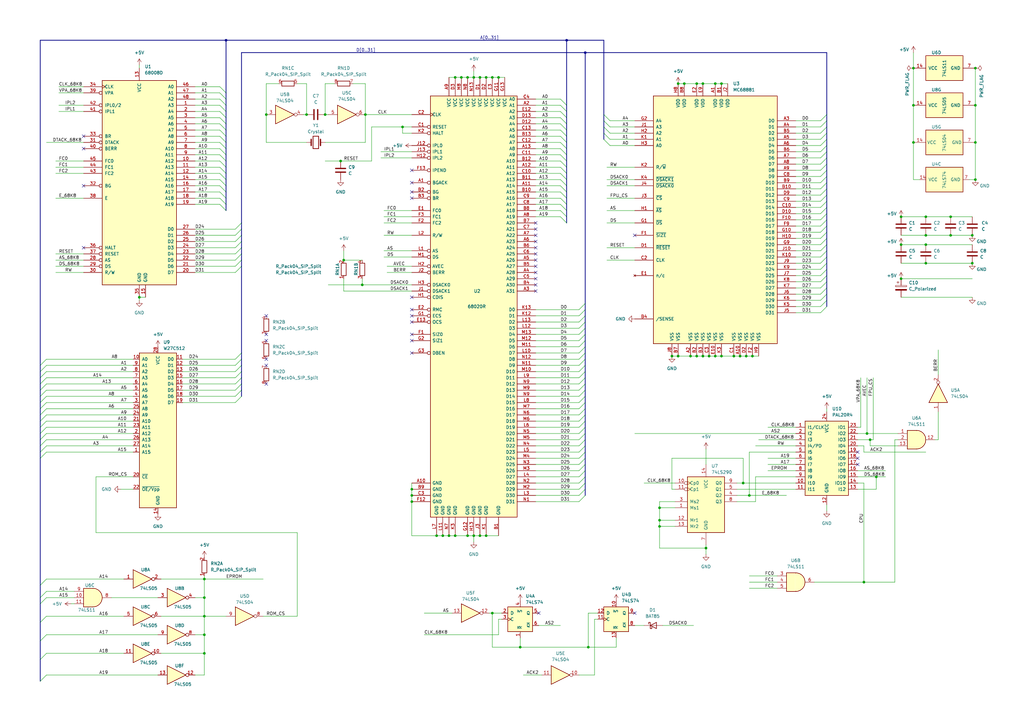
<source format=kicad_sch>
(kicad_sch (version 20230121) (generator eeschema)
  (paper "A3")
  (title_block (title "CST THOR 20 CPU BOARD") (date "2024-05-01") (rev "0.0a") (company "Reverse Enginered by A.Alea"))
  (junction (at 186.69 31.75))
  (junction (at 293.37 34.29))
  (junction (at 379.73 96.52))
  (junction (at 232.41 16.51))
  (junction (at 379.73 107.95))
  (junction (at 83.82 237.49))
  (junction (at 83.82 252.73))
  (junction (at 374.65 43.18))
  (junction (at 201.93 251.46))
  (junction (at 290.83 146.05))
  (junction (at 213.36 265.43))
  (junction (at 191.77 219.71))
  (junction (at 191.77 31.75))
  (junction (at 295.91 34.29))
  (junction (at 355.6 177.8))
  (junction (at 83.82 260.35))
  (junction (at 199.39 219.71))
  (junction (at 241.3 265.43))
  (junction (at 148.59 116.84))
  (junction (at 293.37 146.05))
  (junction (at 139.7 66.04))
  (junction (at 270.51 215.9))
  (junction (at 149.86 46.99))
  (junction (at 189.23 31.75))
  (junction (at 179.07 219.71))
  (junction (at 359.41 195.58))
  (junction (at 354.33 238.76))
  (junction (at 199.39 31.75))
  (junction (at 240.03 21.59))
  (junction (at 181.61 219.71))
  (junction (at 196.85 219.71))
  (junction (at 83.82 245.11))
  (junction (at 283.21 146.05))
  (junction (at 303.53 146.05))
  (junction (at 356.87 180.34))
  (junction (at 308.61 146.05))
  (junction (at 194.31 219.71))
  (junction (at 92.71 16.51))
  (junction (at 379.73 88.9))
  (junction (at 57.15 121.92))
  (junction (at 194.31 31.75))
  (junction (at 278.13 146.05))
  (junction (at 295.91 146.05))
  (junction (at 400.05 27.94))
  (junction (at 289.56 224.79))
  (junction (at 278.13 34.29))
  (junction (at 204.47 31.75))
  (junction (at 168.91 205.74))
  (junction (at 369.57 88.9))
  (junction (at 398.78 107.95))
  (junction (at 374.65 27.94))
  (junction (at 109.22 46.99))
  (junction (at 133.35 46.99))
  (junction (at 389.89 88.9))
  (junction (at 400.05 73.66))
  (junction (at 400.05 58.42))
  (junction (at 168.91 200.66))
  (junction (at 398.78 96.52))
  (junction (at 275.59 146.05))
  (junction (at 285.75 146.05))
  (junction (at 201.93 31.75))
  (junction (at 186.69 219.71))
  (junction (at 165.1 52.07))
  (junction (at 288.29 146.05))
  (junction (at 280.67 34.29))
  (junction (at 300.99 146.05))
  (junction (at 168.91 203.2))
  (junction (at 400.05 43.18))
  (junction (at 379.73 100.33))
  (junction (at 270.51 208.28))
  (junction (at 288.29 34.29))
  (junction (at 285.75 34.29))
  (junction (at 369.57 114.3))
  (junction (at 125.73 46.99))
  (junction (at 83.82 267.97))
  (junction (at 369.57 100.33))
  (junction (at 196.85 31.75))
  (junction (at 307.34 203.2))
  (junction (at 374.65 58.42))
  (junction (at 270.51 213.36))
  (junction (at 306.07 146.05))
  (junction (at 304.8 198.12))
  (junction (at 389.89 96.52))
  (junction (at 184.15 219.71))
  (junction (at 140.97 106.68))
  (no_connect (at 168.91 74.93))
  (no_connect (at 351.79 187.96))
  (no_connect (at 219.71 114.3))
  (no_connect (at 219.71 96.52))
  (no_connect (at 219.71 116.84))
  (no_connect (at 351.79 190.5))
  (no_connect (at 219.71 91.44))
  (no_connect (at 351.79 185.42))
  (no_connect (at 109.22 157.48))
  (no_connect (at 168.91 69.85))
  (no_connect (at 260.35 96.52))
  (no_connect (at 219.71 99.06))
  (no_connect (at 34.29 76.2))
  (no_connect (at 219.71 104.14))
  (no_connect (at 168.91 78.74))
  (no_connect (at 109.22 139.7))
  (no_connect (at 168.91 139.7))
  (no_connect (at 34.29 101.6))
  (no_connect (at 168.91 144.78))
  (no_connect (at 219.71 109.22))
  (no_connect (at 109.22 149.86))
  (no_connect (at 168.91 127))
  (no_connect (at 219.71 101.6))
  (no_connect (at 220.98 251.46))
  (no_connect (at 168.91 132.08))
  (no_connect (at 168.91 137.16))
  (no_connect (at 168.91 81.28))
  (no_connect (at 34.29 60.96))
  (no_connect (at 109.22 147.32))
  (no_connect (at 219.71 93.98))
  (no_connect (at 109.22 137.16))
  (no_connect (at 219.71 119.38))
  (no_connect (at 219.71 106.68))
  (no_connect (at 219.71 111.76))
  (no_connect (at 168.91 129.54))
  (no_connect (at 34.29 55.88))
  (no_connect (at 109.22 129.54))
  (no_connect (at 260.35 251.46))
  (no_connect (at 168.91 121.92))
  (bus_entry (at 339.09 107.95) (size -2.54 2.54))
  (bus_entry (at 339.09 115.57) (size -2.54 2.54))
  (bus_entry (at 339.09 74.93) (size -2.54 2.54))
  (bus_entry (at 232.41 81.28) (size -2.54 -2.54))
  (bus_entry (at 339.09 100.33) (size -2.54 2.54))
  (bus_entry (at 92.71 86.36) (size -2.54 -2.54))
  (bus_entry (at 339.09 49.53) (size -2.54 2.54))
  (bus_entry (at 240.03 165.1) (size -2.54 2.54))
  (bus_entry (at 92.71 66.04) (size -2.54 -2.54))
  (bus_entry (at 16.51 187.96) (size 2.54 -2.54))
  (bus_entry (at 232.41 76.2) (size -2.54 -2.54))
  (bus_entry (at 16.51 185.42) (size 2.54 -2.54))
  (bus_entry (at 99.06 99.06) (size -2.54 2.54))
  (bus_entry (at 99.06 144.78) (size -2.54 2.54))
  (bus_entry (at 99.06 96.52) (size -2.54 2.54))
  (bus_entry (at 240.03 167.64) (size -2.54 2.54))
  (bus_entry (at 92.71 73.66) (size -2.54 -2.54))
  (bus_entry (at 99.06 106.68) (size -2.54 2.54))
  (bus_entry (at 240.03 200.66) (size -2.54 2.54))
  (bus_entry (at 339.09 95.25) (size -2.54 2.54))
  (bus_entry (at 240.03 180.34) (size -2.54 2.54))
  (bus_entry (at 339.09 67.31) (size -2.54 2.54))
  (bus_entry (at 232.41 48.26) (size -2.54 -2.54))
  (bus_entry (at 232.41 45.72) (size -2.54 -2.54))
  (bus_entry (at 99.06 104.14) (size -2.54 2.54))
  (bus_entry (at 16.51 149.86) (size 2.54 -2.54))
  (bus_entry (at 232.41 55.88) (size -2.54 -2.54))
  (bus_entry (at 16.51 177.8) (size 2.54 -2.54))
  (bus_entry (at 16.51 279.4) (size 2.54 -2.54))
  (bus_entry (at 232.41 53.34) (size -2.54 -2.54))
  (bus_entry (at 240.03 160.02) (size -2.54 2.54))
  (bus_entry (at 92.71 81.28) (size -2.54 -2.54))
  (bus_entry (at 232.41 66.04) (size -2.54 -2.54))
  (bus_entry (at 92.71 43.18) (size -2.54 -2.54))
  (bus_entry (at 92.71 63.5) (size -2.54 -2.54))
  (bus_entry (at 240.03 152.4) (size -2.54 2.54))
  (bus_entry (at 240.03 203.2) (size -2.54 2.54))
  (bus_entry (at 339.09 110.49) (size -2.54 2.54))
  (bus_entry (at 247.65 54.61) (size 2.54 2.54))
  (bus_entry (at 339.09 69.85) (size -2.54 2.54))
  (bus_entry (at 339.09 77.47) (size -2.54 2.54))
  (bus_entry (at 339.09 92.71) (size -2.54 2.54))
  (bus_entry (at 240.03 187.96) (size -2.54 2.54))
  (bus_entry (at 247.65 46.99) (size 2.54 2.54))
  (bus_entry (at 232.41 83.82) (size -2.54 -2.54))
  (bus_entry (at 16.51 247.65) (size 2.54 -2.54))
  (bus_entry (at 232.41 71.12) (size -2.54 -2.54))
  (bus_entry (at 339.09 59.69) (size -2.54 2.54))
  (bus_entry (at 240.03 144.78) (size -2.54 2.54))
  (bus_entry (at 240.03 182.88) (size -2.54 2.54))
  (bus_entry (at 99.06 101.6) (size -2.54 2.54))
  (bus_entry (at 16.51 255.27) (size 2.54 -2.54))
  (bus_entry (at 99.06 93.98) (size -2.54 2.54))
  (bus_entry (at 339.09 57.15) (size -2.54 2.54))
  (bus_entry (at 240.03 149.86) (size -2.54 2.54))
  (bus_entry (at 240.03 129.54) (size -2.54 2.54))
  (bus_entry (at 247.65 49.53) (size 2.54 2.54))
  (bus_entry (at 92.71 55.88) (size -2.54 -2.54))
  (bus_entry (at 339.09 62.23) (size -2.54 2.54))
  (bus_entry (at 240.03 147.32) (size -2.54 2.54))
  (bus_entry (at 240.03 137.16) (size -2.54 2.54))
  (bus_entry (at 16.51 167.64) (size 2.54 -2.54))
  (bus_entry (at 240.03 124.46) (size -2.54 2.54))
  (bus_entry (at 339.09 120.65) (size -2.54 2.54))
  (bus_entry (at 16.51 160.02) (size 2.54 -2.54))
  (bus_entry (at 92.71 50.8) (size -2.54 -2.54))
  (bus_entry (at 240.03 162.56) (size -2.54 2.54))
  (bus_entry (at 232.41 88.9) (size -2.54 -2.54))
  (bus_entry (at 16.51 175.26) (size 2.54 -2.54))
  (bus_entry (at 16.51 152.4) (size 2.54 -2.54))
  (bus_entry (at 92.71 48.26) (size -2.54 -2.54))
  (bus_entry (at 339.09 85.09) (size -2.54 2.54))
  (bus_entry (at 240.03 190.5) (size -2.54 2.54))
  (bus_entry (at 339.09 105.41) (size -2.54 2.54))
  (bus_entry (at 92.71 53.34) (size -2.54 -2.54))
  (bus_entry (at 92.71 45.72) (size -2.54 -2.54))
  (bus_entry (at 92.71 71.12) (size -2.54 -2.54))
  (bus_entry (at 339.09 80.01) (size -2.54 2.54))
  (bus_entry (at 232.41 50.8) (size -2.54 -2.54))
  (bus_entry (at 240.03 185.42) (size -2.54 2.54))
  (bus_entry (at 240.03 154.94) (size -2.54 2.54))
  (bus_entry (at 16.51 270.51) (size 2.54 -2.54))
  (bus_entry (at 339.09 123.19) (size -2.54 2.54))
  (bus_entry (at 247.65 57.15) (size 2.54 2.54))
  (bus_entry (at 240.03 132.08) (size -2.54 2.54))
  (bus_entry (at 339.09 46.99) (size -2.54 2.54))
  (bus_entry (at 240.03 142.24) (size -2.54 2.54))
  (bus_entry (at 92.71 76.2) (size -2.54 -2.54))
  (bus_entry (at 16.51 170.18) (size 2.54 -2.54))
  (bus_entry (at 339.09 102.87) (size -2.54 2.54))
  (bus_entry (at 232.41 60.96) (size -2.54 -2.54))
  (bus_entry (at 240.03 139.7) (size -2.54 2.54))
  (bus_entry (at 99.06 147.32) (size -2.54 2.54))
  (bus_entry (at 232.41 73.66) (size -2.54 -2.54))
  (bus_entry (at 240.03 195.58) (size -2.54 2.54))
  (bus_entry (at 99.06 157.48) (size -2.54 2.54))
  (bus_entry (at 99.06 109.22) (size -2.54 2.54))
  (bus_entry (at 339.09 97.79) (size -2.54 2.54))
  (bus_entry (at 92.71 60.96) (size -2.54 -2.54))
  (bus_entry (at 16.51 245.11) (size 2.54 -2.54))
  (bus_entry (at 240.03 193.04) (size -2.54 2.54))
  (bus_entry (at 92.71 83.82) (size -2.54 -2.54))
  (bus_entry (at 16.51 180.34) (size 2.54 -2.54))
  (bus_entry (at 232.41 68.58) (size -2.54 -2.54))
  (bus_entry (at 240.03 172.72) (size -2.54 2.54))
  (bus_entry (at 232.41 43.18) (size -2.54 -2.54))
  (bus_entry (at 16.51 157.48) (size 2.54 -2.54))
  (bus_entry (at 16.51 162.56) (size 2.54 -2.54))
  (bus_entry (at 339.09 82.55) (size -2.54 2.54))
  (bus_entry (at 16.51 262.89) (size 2.54 -2.54))
  (bus_entry (at 240.03 134.62) (size -2.54 2.54))
  (bus_entry (at 240.03 127) (size -2.54 2.54))
  (bus_entry (at 232.41 91.44) (size -2.54 -2.54))
  (bus_entry (at 339.09 72.39) (size -2.54 2.54))
  (bus_entry (at 16.51 182.88) (size 2.54 -2.54))
  (bus_entry (at 99.06 149.86) (size -2.54 2.54))
  (bus_entry (at 92.71 40.64) (size -2.54 -2.54))
  (bus_entry (at 240.03 177.8) (size -2.54 2.54))
  (bus_entry (at 240.03 198.12) (size -2.54 2.54))
  (bus_entry (at 99.06 152.4) (size -2.54 2.54))
  (bus_entry (at 339.09 113.03) (size -2.54 2.54))
  (bus_entry (at 16.51 154.94) (size 2.54 -2.54))
  (bus_entry (at 339.09 90.17) (size -2.54 2.54))
  (bus_entry (at 92.71 78.74) (size -2.54 -2.54))
  (bus_entry (at 339.09 52.07) (size -2.54 2.54))
  (bus_entry (at 16.51 165.1) (size 2.54 -2.54))
  (bus_entry (at 339.09 64.77) (size -2.54 2.54))
  (bus_entry (at 339.09 54.61) (size -2.54 2.54))
  (bus_entry (at 16.51 240.03) (size 2.54 -2.54))
  (bus_entry (at 92.71 58.42) (size -2.54 -2.54))
  (bus_entry (at 99.06 160.02) (size -2.54 2.54))
  (bus_entry (at 99.06 154.94) (size -2.54 2.54))
  (bus_entry (at 232.41 78.74) (size -2.54 -2.54))
  (bus_entry (at 240.03 157.48) (size -2.54 2.54))
  (bus_entry (at 99.06 162.56) (size -2.54 2.54))
  (bus_entry (at 339.09 118.11) (size -2.54 2.54))
  (bus_entry (at 232.41 63.5) (size -2.54 -2.54))
  (bus_entry (at 247.65 52.07) (size 2.54 2.54))
  (bus_entry (at 99.06 91.44) (size -2.54 2.54))
  (bus_entry (at 92.71 68.58) (size -2.54 -2.54))
  (bus_entry (at 240.03 170.18) (size -2.54 2.54))
  (bus_entry (at 339.09 125.73) (size -2.54 2.54))
  (bus_entry (at 16.51 172.72) (size 2.54 -2.54))
  (bus_entry (at 339.09 87.63) (size -2.54 2.54))
  (bus_entry (at 92.71 38.1) (size -2.54 -2.54))
  (bus_entry (at 240.03 175.26) (size -2.54 2.54))
  (bus_entry (at 232.41 58.42) (size -2.54 -2.54))
  (bus_entry (at 232.41 86.36) (size -2.54 -2.54))
  (wire (pts (xy 74.93 154.94) (xy 96.52 154.94)))
  (bus (pts (xy 339.09 82.55) (xy 339.09 85.09)))
  (wire (pts (xy 379.73 107.95) (xy 398.78 107.95)))
  (wire (pts (xy 184.15 31.75) (xy 186.69 31.75)))
  (wire (pts (xy 184.15 219.71) (xy 186.69 219.71)))
  (wire (pts (xy 219.71 182.88) (xy 237.49 182.88)))
  (bus (pts (xy 16.51 152.4) (xy 16.51 154.94)))
  (wire (pts (xy 19.05 152.4) (xy 54.61 152.4)))
  (wire (pts (xy 39.37 195.58) (xy 54.61 195.58)))
  (wire (pts (xy 22.86 111.76) (xy 34.29 111.76)))
  (wire (pts (xy 252.73 265.43) (xy 241.3 265.43)))
  (wire (pts (xy 152.4 52.07) (xy 152.4 66.04)))
  (bus (pts (xy 339.09 74.93) (xy 339.09 77.47)))
  (bus (pts (xy 92.71 55.88) (xy 92.71 53.34)))
  (bus (pts (xy 247.65 52.07) (xy 247.65 49.53)))
  (bus (pts (xy 99.06 109.22) (xy 99.06 144.78)))
  (bus (pts (xy 240.03 203.2) (xy 240.03 200.66)))
  (wire (pts (xy 181.61 219.71) (xy 184.15 219.71)))
  (wire (pts (xy 248.92 81.28) (xy 260.35 81.28)))
  (wire (pts (xy 326.39 113.03) (xy 336.55 113.03)))
  (wire (pts (xy 57.15 26.67) (xy 57.15 27.94)))
  (wire (pts (xy 168.91 219.71) (xy 179.07 219.71)))
  (wire (pts (xy 74.93 149.86) (xy 96.52 149.86)))
  (wire (pts (xy 133.35 46.99) (xy 134.62 46.99)))
  (wire (pts (xy 374.65 73.66) (xy 374.65 58.42)))
  (bus (pts (xy 339.09 52.07) (xy 339.09 54.61)))
  (wire (pts (xy 213.36 265.43) (xy 213.36 261.62)))
  (wire (pts (xy 219.71 134.62) (xy 237.49 134.62)))
  (wire (pts (xy 374.65 58.42) (xy 374.65 43.18)))
  (wire (pts (xy 83.82 237.49) (xy 83.82 245.11)))
  (wire (pts (xy 293.37 34.29) (xy 295.91 34.29)))
  (wire (pts (xy 270.51 208.28) (xy 270.51 213.36)))
  (wire (pts (xy 205.74 251.46) (xy 201.93 251.46)))
  (wire (pts (xy 339.09 207.01) (xy 339.09 209.55)))
  (bus (pts (xy 232.41 60.96) (xy 232.41 63.5)))
  (wire (pts (xy 134.62 116.84) (xy 148.59 116.84)))
  (wire (pts (xy 90.17 68.58) (xy 80.01 68.58)))
  (wire (pts (xy 90.17 63.5) (xy 80.01 63.5)))
  (bus (pts (xy 232.41 58.42) (xy 232.41 60.96)))
  (wire (pts (xy 351.79 193.04) (xy 363.22 193.04)))
  (wire (pts (xy 289.56 227.33) (xy 289.56 224.79)))
  (wire (pts (xy 219.71 180.34) (xy 237.49 180.34)))
  (wire (pts (xy 241.3 265.43) (xy 213.36 265.43)))
  (wire (pts (xy 353.06 175.26) (xy 351.79 175.26)))
  (wire (pts (xy 303.53 146.05) (xy 306.07 146.05)))
  (wire (pts (xy 379.73 96.52) (xy 389.89 96.52)))
  (wire (pts (xy 270.51 208.28) (xy 276.86 208.28)))
  (bus (pts (xy 92.71 45.72) (xy 92.71 48.26)))
  (wire (pts (xy 326.39 120.65) (xy 336.55 120.65)))
  (wire (pts (xy 22.86 109.22) (xy 34.29 109.22)))
  (wire (pts (xy 45.72 245.11) (xy 64.77 245.11)))
  (bus (pts (xy 240.03 172.72) (xy 240.03 170.18)))
  (bus (pts (xy 339.09 125.73) (xy 339.09 123.19)))
  (wire (pts (xy 83.82 267.97) (xy 83.82 276.86)))
  (wire (pts (xy 90.17 58.42) (xy 80.01 58.42)))
  (wire (pts (xy 186.69 219.71) (xy 191.77 219.71)))
  (bus (pts (xy 16.51 160.02) (xy 16.51 162.56)))
  (bus (pts (xy 339.09 102.87) (xy 339.09 100.33)))
  (wire (pts (xy 318.77 241.3) (xy 307.34 241.3)))
  (wire (pts (xy 229.87 76.2) (xy 219.71 76.2)))
  (wire (pts (xy 83.82 252.73) (xy 83.82 260.35)))
  (wire (pts (xy 355.6 177.8) (xy 368.3 177.8)))
  (wire (pts (xy 280.67 34.29) (xy 285.75 34.29)))
  (bus (pts (xy 92.71 53.34) (xy 92.71 50.8)))
  (wire (pts (xy 339.09 167.64) (xy 339.09 168.91)))
  (wire (pts (xy 219.71 187.96) (xy 237.49 187.96)))
  (wire (pts (xy 125.73 58.42) (xy 109.22 58.42)))
  (wire (pts (xy 22.86 71.12) (xy 34.29 71.12)))
  (bus (pts (xy 339.09 72.39) (xy 339.09 74.93)))
  (wire (pts (xy 83.82 260.35) (xy 83.82 267.97)))
  (wire (pts (xy 229.87 53.34) (xy 219.71 53.34)))
  (wire (pts (xy 326.39 115.57) (xy 336.55 115.57)))
  (bus (pts (xy 339.09 59.69) (xy 339.09 62.23)))
  (wire (pts (xy 304.8 198.12) (xy 326.39 198.12)))
  (wire (pts (xy 173.99 260.35) (xy 204.47 260.35)))
  (wire (pts (xy 133.35 66.04) (xy 139.7 66.04)))
  (wire (pts (xy 22.86 68.58) (xy 34.29 68.58)))
  (wire (pts (xy 219.71 147.32) (xy 237.49 147.32)))
  (bus (pts (xy 232.41 16.51) (xy 247.65 16.51)))
  (bus (pts (xy 240.03 142.24) (xy 240.03 139.7)))
  (wire (pts (xy 19.05 237.49) (xy 50.8 237.49)))
  (wire (pts (xy 219.71 200.66) (xy 237.49 200.66)))
  (wire (pts (xy 173.99 251.46) (xy 185.42 251.46)))
  (wire (pts (xy 308.61 146.05) (xy 311.15 146.05)))
  (wire (pts (xy 24.13 38.1) (xy 34.29 38.1)))
  (wire (pts (xy 124.46 46.99) (xy 125.73 46.99)))
  (bus (pts (xy 92.71 73.66) (xy 92.71 71.12)))
  (wire (pts (xy 270.51 213.36) (xy 270.51 215.9)))
  (wire (pts (xy 384.81 180.34) (xy 383.54 180.34)))
  (wire (pts (xy 121.92 34.29) (xy 125.73 34.29)))
  (bus (pts (xy 99.06 101.6) (xy 99.06 104.14)))
  (wire (pts (xy 83.82 252.73) (xy 92.71 252.73)))
  (wire (pts (xy 326.39 62.23) (xy 336.55 62.23)))
  (bus (pts (xy 92.71 16.51) (xy 232.41 16.51)))
  (wire (pts (xy 229.87 78.74) (xy 219.71 78.74)))
  (wire (pts (xy 114.3 34.29) (xy 109.22 34.29)))
  (wire (pts (xy 90.17 38.1) (xy 80.01 38.1)))
  (wire (pts (xy 304.8 198.12) (xy 304.8 187.96)))
  (bus (pts (xy 99.06 104.14) (xy 99.06 106.68)))
  (wire (pts (xy 229.87 60.96) (xy 219.71 60.96)))
  (wire (pts (xy 356.87 182.88) (xy 356.87 180.34)))
  (bus (pts (xy 92.71 78.74) (xy 92.71 76.2)))
  (wire (pts (xy 300.99 146.05) (xy 303.53 146.05)))
  (wire (pts (xy 168.91 203.2) (xy 168.91 205.74)))
  (wire (pts (xy 83.82 236.22) (xy 83.82 237.49)))
  (wire (pts (xy 90.17 50.8) (xy 80.01 50.8)))
  (wire (pts (xy 201.93 31.75) (xy 204.47 31.75)))
  (wire (pts (xy 19.05 58.42) (xy 34.29 58.42)))
  (wire (pts (xy 80.01 111.76) (xy 96.52 111.76)))
  (bus (pts (xy 16.51 162.56) (xy 16.51 165.1)))
  (wire (pts (xy 400.05 73.66) (xy 400.05 58.42)))
  (wire (pts (xy 74.93 162.56) (xy 96.52 162.56)))
  (wire (pts (xy 326.39 97.79) (xy 336.55 97.79)))
  (wire (pts (xy 83.82 245.11) (xy 83.82 252.73)))
  (wire (pts (xy 199.39 31.75) (xy 201.93 31.75)))
  (bus (pts (xy 232.41 76.2) (xy 232.41 78.74)))
  (wire (pts (xy 74.93 165.1) (xy 96.52 165.1)))
  (wire (pts (xy 22.86 81.28) (xy 34.29 81.28)))
  (wire (pts (xy 295.91 34.29) (xy 298.45 34.29)))
  (wire (pts (xy 137.16 34.29) (xy 133.35 34.29)))
  (wire (pts (xy 168.91 54.61) (xy 165.1 54.61)))
  (wire (pts (xy 219.71 193.04) (xy 237.49 193.04)))
  (bus (pts (xy 339.09 97.79) (xy 339.09 95.25)))
  (wire (pts (xy 140.97 102.87) (xy 140.97 106.68)))
  (bus (pts (xy 16.51 247.65) (xy 16.51 255.27)))
  (bus (pts (xy 99.06 149.86) (xy 99.06 152.4)))
  (wire (pts (xy 229.87 48.26) (xy 219.71 48.26)))
  (wire (pts (xy 22.86 106.68) (xy 34.29 106.68)))
  (bus (pts (xy 232.41 83.82) (xy 232.41 86.36)))
  (wire (pts (xy 229.87 50.8) (xy 219.71 50.8)))
  (bus (pts (xy 99.06 160.02) (xy 99.06 162.56)))
  (wire (pts (xy 19.05 185.42) (xy 54.61 185.42)))
  (wire (pts (xy 165.1 54.61) (xy 165.1 52.07)))
  (wire (pts (xy 80.01 101.6) (xy 96.52 101.6)))
  (wire (pts (xy 220.98 256.54) (xy 229.87 256.54)))
  (bus (pts (xy 240.03 157.48) (xy 240.03 154.94)))
  (bus (pts (xy 16.51 240.03) (xy 16.51 245.11)))
  (wire (pts (xy 219.71 185.42) (xy 237.49 185.42)))
  (wire (pts (xy 307.34 203.2) (xy 302.26 203.2)))
  (wire (pts (xy 326.39 67.31) (xy 336.55 67.31)))
  (bus (pts (xy 99.06 106.68) (xy 99.06 109.22)))
  (wire (pts (xy 270.51 213.36) (xy 276.86 213.36)))
  (bus (pts (xy 16.51 165.1) (xy 16.51 167.64)))
  (bus (pts (xy 99.06 96.52) (xy 99.06 99.06)))
  (wire (pts (xy 351.79 182.88) (xy 354.33 182.88)))
  (wire (pts (xy 359.41 200.66) (xy 359.41 195.58)))
  (bus (pts (xy 16.51 16.51) (xy 92.71 16.51)))
  (bus (pts (xy 92.71 43.18) (xy 92.71 45.72)))
  (wire (pts (xy 374.65 73.66) (xy 377.19 73.66)))
  (bus (pts (xy 232.41 45.72) (xy 232.41 48.26)))
  (wire (pts (xy 250.19 54.61) (xy 260.35 54.61)))
  (wire (pts (xy 219.71 195.58) (xy 237.49 195.58)))
  (bus (pts (xy 339.09 92.71) (xy 339.09 90.17)))
  (wire (pts (xy 90.17 55.88) (xy 80.01 55.88)))
  (bus (pts (xy 16.51 255.27) (xy 16.51 262.89)))
  (wire (pts (xy 24.13 45.72) (xy 34.29 45.72)))
  (wire (pts (xy 201.93 265.43) (xy 213.36 265.43)))
  (bus (pts (xy 339.09 105.41) (xy 339.09 102.87)))
  (wire (pts (xy 219.71 177.8) (xy 237.49 177.8)))
  (bus (pts (xy 92.71 60.96) (xy 92.71 58.42)))
  (wire (pts (xy 293.37 146.05) (xy 295.91 146.05)))
  (wire (pts (xy 389.89 96.52) (xy 398.78 96.52)))
  (wire (pts (xy 241.3 251.46) (xy 241.3 265.43)))
  (bus (pts (xy 16.51 245.11) (xy 16.51 247.65)))
  (wire (pts (xy 168.91 198.12) (xy 168.91 200.66)))
  (wire (pts (xy 219.71 170.18) (xy 237.49 170.18)))
  (wire (pts (xy 80.01 78.74) (xy 90.17 78.74)))
  (wire (pts (xy 19.05 276.86) (xy 64.77 276.86)))
  (wire (pts (xy 307.34 185.42) (xy 307.34 203.2)))
  (bus (pts (xy 92.71 40.64) (xy 92.71 38.1)))
  (wire (pts (xy 219.71 190.5) (xy 237.49 190.5)))
  (bus (pts (xy 240.03 198.12) (xy 240.03 195.58)))
  (bus (pts (xy 240.03 147.32) (xy 240.03 144.78)))
  (bus (pts (xy 240.03 187.96) (xy 240.03 185.42)))
  (wire (pts (xy 19.05 160.02) (xy 54.61 160.02)))
  (bus (pts (xy 232.41 50.8) (xy 232.41 53.34)))
  (wire (pts (xy 229.87 71.12) (xy 219.71 71.12)))
  (wire (pts (xy 275.59 187.96) (xy 275.59 200.66)))
  (bus (pts (xy 339.09 118.11) (xy 339.09 120.65)))
  (wire (pts (xy 168.91 116.84) (xy 148.59 116.84)))
  (bus (pts (xy 232.41 81.28) (xy 232.41 83.82)))
  (wire (pts (xy 326.39 69.85) (xy 336.55 69.85)))
  (wire (pts (xy 196.85 219.71) (xy 199.39 219.71)))
  (wire (pts (xy 66.04 237.49) (xy 83.82 237.49)))
  (wire (pts (xy 165.1 52.07) (xy 152.4 52.07)))
  (wire (pts (xy 19.05 180.34) (xy 54.61 180.34)))
  (wire (pts (xy 219.71 152.4) (xy 237.49 152.4)))
  (wire (pts (xy 168.91 205.74) (xy 168.91 219.71)))
  (wire (pts (xy 250.19 49.53) (xy 260.35 49.53)))
  (bus (pts (xy 92.71 63.5) (xy 92.71 60.96)))
  (wire (pts (xy 369.57 107.95) (xy 379.73 107.95)))
  (wire (pts (xy 389.89 88.9) (xy 398.78 88.9)))
  (bus (pts (xy 339.09 110.49) (xy 339.09 113.03)))
  (bus (pts (xy 16.51 177.8) (xy 16.51 180.34)))
  (wire (pts (xy 219.71 144.78) (xy 237.49 144.78)))
  (wire (pts (xy 326.39 72.39) (xy 336.55 72.39)))
  (bus (pts (xy 99.06 149.86) (xy 99.06 147.32)))
  (bus (pts (xy 240.03 175.26) (xy 240.03 172.72)))
  (wire (pts (xy 248.92 101.6) (xy 260.35 101.6)))
  (wire (pts (xy 156.21 62.23) (xy 168.91 62.23)))
  (wire (pts (xy 19.05 242.57) (xy 30.48 242.57)))
  (wire (pts (xy 19.05 147.32) (xy 54.61 147.32)))
  (wire (pts (xy 314.96 187.96) (xy 326.39 187.96)))
  (bus (pts (xy 99.06 21.59) (xy 240.03 21.59)))
  (wire (pts (xy 140.97 119.38) (xy 168.91 119.38)))
  (bus (pts (xy 92.71 76.2) (xy 92.71 73.66)))
  (wire (pts (xy 90.17 76.2) (xy 80.01 76.2)))
  (wire (pts (xy 250.19 52.07) (xy 260.35 52.07)))
  (wire (pts (xy 157.48 96.52) (xy 168.91 96.52)))
  (wire (pts (xy 204.47 260.35) (xy 204.47 254)))
  (wire (pts (xy 204.47 31.75) (xy 207.01 31.75)))
  (wire (pts (xy 243.84 254) (xy 243.84 276.86)))
  (bus (pts (xy 240.03 195.58) (xy 240.03 193.04)))
  (wire (pts (xy 229.87 43.18) (xy 219.71 43.18)))
  (bus (pts (xy 16.51 170.18) (xy 16.51 172.72)))
  (wire (pts (xy 83.82 237.49) (xy 107.95 237.49)))
  (wire (pts (xy 219.71 86.36) (xy 229.87 86.36)))
  (wire (pts (xy 19.05 162.56) (xy 54.61 162.56)))
  (wire (pts (xy 219.71 154.94) (xy 237.49 154.94)))
  (bus (pts (xy 339.09 110.49) (xy 339.09 107.95)))
  (wire (pts (xy 260.35 177.8) (xy 326.39 177.8)))
  (wire (pts (xy 379.73 88.9) (xy 389.89 88.9)))
  (bus (pts (xy 232.41 71.12) (xy 232.41 73.66)))
  (bus (pts (xy 339.09 100.33) (xy 339.09 97.79)))
  (bus (pts (xy 232.41 88.9) (xy 232.41 91.44)))
  (wire (pts (xy 354.33 182.88) (xy 354.33 185.42)))
  (bus (pts (xy 339.09 85.09) (xy 339.09 87.63)))
  (wire (pts (xy 24.13 35.56) (xy 34.29 35.56)))
  (bus (pts (xy 16.51 172.72) (xy 16.51 175.26)))
  (wire (pts (xy 243.84 276.86) (xy 237.49 276.86)))
  (wire (pts (xy 90.17 60.96) (xy 80.01 60.96)))
  (wire (pts (xy 80.01 245.11) (xy 83.82 245.11)))
  (wire (pts (xy 90.17 71.12) (xy 80.01 71.12)))
  (wire (pts (xy 157.48 105.41) (xy 168.91 105.41)))
  (wire (pts (xy 326.39 110.49) (xy 336.55 110.49)))
  (wire (pts (xy 125.73 34.29) (xy 125.73 46.99)))
  (wire (pts (xy 191.77 219.71) (xy 194.31 219.71)))
  (bus (pts (xy 240.03 167.64) (xy 240.03 165.1)))
  (wire (pts (xy 229.87 66.04) (xy 219.71 66.04)))
  (wire (pts (xy 219.71 88.9) (xy 229.87 88.9)))
  (bus (pts (xy 339.09 115.57) (xy 339.09 118.11)))
  (wire (pts (xy 189.23 31.75) (xy 191.77 31.75)))
  (wire (pts (xy 369.57 88.9) (xy 379.73 88.9)))
  (wire (pts (xy 309.88 205.74) (xy 302.26 205.74)))
  (wire (pts (xy 80.01 104.14) (xy 96.52 104.14)))
  (wire (pts (xy 19.05 157.48) (xy 54.61 157.48)))
  (wire (pts (xy 29.21 247.65) (xy 30.48 247.65)))
  (wire (pts (xy 109.22 46.99) (xy 109.22 58.42)))
  (wire (pts (xy 74.93 160.02) (xy 96.52 160.02)))
  (wire (pts (xy 356.87 182.88) (xy 368.3 182.88)))
  (bus (pts (xy 232.41 66.04) (xy 232.41 68.58)))
  (wire (pts (xy 168.91 200.66) (xy 168.91 203.2)))
  (wire (pts (xy 66.04 252.73) (xy 83.82 252.73)))
  (wire (pts (xy 121.92 218.44) (xy 121.92 252.73)))
  (bus (pts (xy 232.41 16.51) (xy 232.41 43.18)))
  (bus (pts (xy 99.06 152.4) (xy 99.06 154.94)))
  (wire (pts (xy 39.37 195.58) (xy 39.37 218.44)))
  (bus (pts (xy 240.03 200.66) (xy 240.03 198.12)))
  (bus (pts (xy 240.03 129.54) (xy 240.03 132.08)))
  (wire (pts (xy 288.29 34.29) (xy 293.37 34.29)))
  (wire (pts (xy 196.85 31.75) (xy 199.39 31.75)))
  (wire (pts (xy 80.01 106.68) (xy 96.52 106.68)))
  (wire (pts (xy 214.63 276.86) (xy 222.25 276.86)))
  (wire (pts (xy 326.39 54.61) (xy 336.55 54.61)))
  (wire (pts (xy 326.39 125.73) (xy 336.55 125.73)))
  (bus (pts (xy 16.51 185.42) (xy 16.51 187.96)))
  (bus (pts (xy 92.71 83.82) (xy 92.71 86.36)))
  (bus (pts (xy 99.06 154.94) (xy 99.06 157.48)))
  (wire (pts (xy 194.31 219.71) (xy 194.31 222.25)))
  (wire (pts (xy 326.39 82.55) (xy 336.55 82.55)))
  (wire (pts (xy 219.71 205.74) (xy 237.49 205.74)))
  (wire (pts (xy 229.87 73.66) (xy 219.71 73.66)))
  (bus (pts (xy 232.41 63.5) (xy 232.41 66.04)))
  (wire (pts (xy 80.01 99.06) (xy 96.52 99.06)))
  (bus (pts (xy 339.09 46.99) (xy 339.09 49.53)))
  (bus (pts (xy 240.03 170.18) (xy 240.03 167.64)))
  (wire (pts (xy 90.17 35.56) (xy 80.01 35.56)))
  (wire (pts (xy 57.15 121.92) (xy 57.15 123.19)))
  (bus (pts (xy 232.41 43.18) (xy 232.41 45.72)))
  (bus (pts (xy 339.09 80.01) (xy 339.09 82.55)))
  (wire (pts (xy 219.71 83.82) (xy 229.87 83.82)))
  (wire (pts (xy 351.79 177.8) (xy 355.6 177.8)))
  (wire (pts (xy 90.17 53.34) (xy 80.01 53.34)))
  (bus (pts (xy 339.09 113.03) (xy 339.09 115.57)))
  (wire (pts (xy 19.05 170.18) (xy 54.61 170.18)))
  (wire (pts (xy 248.92 76.2) (xy 260.35 76.2)))
  (bus (pts (xy 92.71 68.58) (xy 92.71 66.04)))
  (wire (pts (xy 90.17 73.66) (xy 80.01 73.66)))
  (wire (pts (xy 229.87 45.72) (xy 219.71 45.72)))
  (bus (pts (xy 99.06 99.06) (xy 99.06 101.6)))
  (wire (pts (xy 318.77 238.76) (xy 307.34 238.76)))
  (wire (pts (xy 149.86 46.99) (xy 149.86 58.42)))
  (bus (pts (xy 339.09 95.25) (xy 339.09 92.71)))
  (wire (pts (xy 351.79 200.66) (xy 359.41 200.66)))
  (wire (pts (xy 270.51 215.9) (xy 276.86 215.9)))
  (bus (pts (xy 240.03 21.59) (xy 339.09 21.59)))
  (wire (pts (xy 250.19 57.15) (xy 260.35 57.15)))
  (bus (pts (xy 92.71 43.18) (xy 92.71 40.64)))
  (wire (pts (xy 179.07 219.71) (xy 181.61 219.71)))
  (bus (pts (xy 240.03 165.1) (xy 240.03 162.56)))
  (wire (pts (xy 397.51 73.66) (xy 400.05 73.66)))
  (wire (pts (xy 318.77 236.22) (xy 307.34 236.22)))
  (bus (pts (xy 232.41 73.66) (xy 232.41 76.2)))
  (bus (pts (xy 240.03 124.46) (xy 240.03 127)))
  (bus (pts (xy 16.51 187.96) (xy 16.51 240.03)))
  (wire (pts (xy 309.88 195.58) (xy 326.39 195.58)))
  (wire (pts (xy 306.07 146.05) (xy 308.61 146.05)))
  (wire (pts (xy 326.39 128.27) (xy 336.55 128.27)))
  (bus (pts (xy 240.03 162.56) (xy 240.03 160.02)))
  (wire (pts (xy 219.71 203.2) (xy 237.49 203.2)))
  (wire (pts (xy 19.05 154.94) (xy 54.61 154.94)))
  (wire (pts (xy 384.81 168.91) (xy 384.81 180.34)))
  (wire (pts (xy 149.86 58.42) (xy 133.35 58.42)))
  (wire (pts (xy 334.01 238.76) (xy 354.33 238.76)))
  (wire (pts (xy 19.05 149.86) (xy 54.61 149.86)))
  (bus (pts (xy 92.71 66.04) (xy 92.71 63.5)))
  (bus (pts (xy 339.09 90.17) (xy 339.09 87.63)))
  (bus (pts (xy 240.03 147.32) (xy 240.03 149.86)))
  (wire (pts (xy 19.05 245.11) (xy 30.48 245.11)))
  (bus (pts (xy 99.06 91.44) (xy 99.06 93.98)))
  (wire (pts (xy 326.39 123.19) (xy 336.55 123.19)))
  (wire (pts (xy 302.26 198.12) (xy 304.8 198.12)))
  (wire (pts (xy 326.39 100.33) (xy 336.55 100.33)))
  (wire (pts (xy 19.05 167.64) (xy 54.61 167.64)))
  (wire (pts (xy 248.92 68.58) (xy 260.35 68.58)))
  (wire (pts (xy 304.8 187.96) (xy 275.59 187.96)))
  (wire (pts (xy 140.97 106.68) (xy 148.59 106.68)))
  (wire (pts (xy 74.93 157.48) (xy 96.52 157.48)))
  (wire (pts (xy 219.71 160.02) (xy 237.49 160.02)))
  (wire (pts (xy 353.06 154.94) (xy 353.06 175.26)))
  (wire (pts (xy 74.93 147.32) (xy 96.52 147.32)))
  (wire (pts (xy 307.34 203.2) (xy 322.58 203.2)))
  (wire (pts (xy 107.95 252.73) (xy 121.92 252.73)))
  (bus (pts (xy 247.65 46.99) (xy 247.65 16.51)))
  (wire (pts (xy 57.15 121.92) (xy 59.69 121.92)))
  (wire (pts (xy 80.01 83.82) (xy 90.17 83.82)))
  (wire (pts (xy 168.91 52.07) (xy 165.1 52.07)))
  (wire (pts (xy 219.71 142.24) (xy 237.49 142.24)))
  (wire (pts (xy 148.59 114.3) (xy 148.59 116.84)))
  (wire (pts (xy 252.73 261.62) (xy 252.73 265.43)))
  (wire (pts (xy 354.33 185.42) (xy 379.73 185.42)))
  (bus (pts (xy 99.06 91.44) (xy 99.06 21.59)))
  (bus (pts (xy 240.03 193.04) (xy 240.03 190.5)))
  (bus (pts (xy 92.71 38.1) (xy 92.71 16.51)))
  (wire (pts (xy 22.86 104.14) (xy 34.29 104.14)))
  (wire (pts (xy 74.93 152.4) (xy 96.52 152.4)))
  (bus (pts (xy 339.09 64.77) (xy 339.09 67.31)))
  (wire (pts (xy 326.39 102.87) (xy 336.55 102.87)))
  (wire (pts (xy 90.17 48.26) (xy 80.01 48.26)))
  (wire (pts (xy 24.13 43.18) (xy 34.29 43.18)))
  (wire (pts (xy 369.57 114.3) (xy 398.78 114.3)))
  (bus (pts (xy 339.09 67.31) (xy 339.09 69.85)))
  (bus (pts (xy 16.51 180.34) (xy 16.51 182.88)))
  (wire (pts (xy 400.05 58.42) (xy 400.05 43.18)))
  (wire (pts (xy 158.75 109.22) (xy 168.91 109.22)))
  (wire (pts (xy 276.86 205.74) (xy 270.51 205.74)))
  (bus (pts (xy 99.06 157.48) (xy 99.06 160.02)))
  (wire (pts (xy 201.93 251.46) (xy 201.93 265.43)))
  (bus (pts (xy 240.03 139.7) (xy 240.03 137.16)))
  (bus (pts (xy 339.09 107.95) (xy 339.09 105.41)))
  (bus (pts (xy 240.03 185.42) (xy 240.03 182.88)))
  (wire (pts (xy 39.37 218.44) (xy 121.92 218.44)))
  (wire (pts (xy 248.92 73.66) (xy 260.35 73.66)))
  (wire (pts (xy 19.05 267.97) (xy 50.8 267.97)))
  (wire (pts (xy 158.75 111.76) (xy 168.91 111.76)))
  (bus (pts (xy 240.03 154.94) (xy 240.03 152.4)))
  (wire (pts (xy 157.48 102.87) (xy 168.91 102.87)))
  (wire (pts (xy 80.01 45.72) (xy 90.17 45.72)))
  (wire (pts (xy 80.01 81.28) (xy 90.17 81.28)))
  (bus (pts (xy 16.51 149.86) (xy 16.51 152.4)))
  (wire (pts (xy 194.31 31.75) (xy 196.85 31.75)))
  (wire (pts (xy 326.39 85.09) (xy 336.55 85.09)))
  (wire (pts (xy 156.21 64.77) (xy 168.91 64.77)))
  (bus (pts (xy 232.41 53.34) (xy 232.41 55.88)))
  (wire (pts (xy 219.71 165.1) (xy 237.49 165.1)))
  (wire (pts (xy 191.77 31.75) (xy 194.31 31.75)))
  (wire (pts (xy 355.6 154.94) (xy 355.6 177.8)))
  (wire (pts (xy 109.22 34.29) (xy 109.22 46.99)))
  (bus (pts (xy 92.71 81.28) (xy 92.71 78.74)))
  (wire (pts (xy 278.13 146.05) (xy 283.21 146.05)))
  (wire (pts (xy 19.05 177.8) (xy 54.61 177.8)))
  (wire (pts (xy 290.83 146.05) (xy 293.37 146.05)))
  (bus (pts (xy 247.65 54.61) (xy 247.65 52.07)))
  (wire (pts (xy 356.87 180.34) (xy 358.14 180.34)))
  (wire (pts (xy 219.71 137.16) (xy 237.49 137.16)))
  (bus (pts (xy 240.03 127) (xy 240.03 129.54)))
  (bus (pts (xy 247.65 49.53) (xy 247.65 46.99)))
  (bus (pts (xy 92.71 48.26) (xy 92.71 50.8)))
  (wire (pts (xy 289.56 224.79) (xy 270.51 224.79)))
  (wire (pts (xy 80.01 93.98) (xy 96.52 93.98)))
  (wire (pts (xy 80.01 276.86) (xy 83.82 276.86)))
  (wire (pts (xy 229.87 68.58) (xy 219.71 68.58)))
  (bus (pts (xy 339.09 72.39) (xy 339.09 69.85)))
  (bus (pts (xy 339.09 62.23) (xy 339.09 64.77)))
  (bus (pts (xy 232.41 68.58) (xy 232.41 71.12)))
  (wire (pts (xy 354.33 238.76) (xy 354.33 198.12)))
  (bus (pts (xy 240.03 182.88) (xy 240.03 180.34)))
  (wire (pts (xy 139.7 66.04) (xy 152.4 66.04)))
  (wire (pts (xy 199.39 219.71) (xy 204.47 219.71)))
  (wire (pts (xy 368.3 180.34) (xy 367.03 180.34)))
  (bus (pts (xy 232.41 55.88) (xy 232.41 58.42)))
  (wire (pts (xy 200.66 251.46) (xy 201.93 251.46)))
  (wire (pts (xy 219.71 132.08) (xy 237.49 132.08)))
  (wire (pts (xy 289.56 184.15) (xy 289.56 190.5)))
  (wire (pts (xy 369.57 121.92) (xy 398.78 121.92)))
  (wire (pts (xy 260.35 256.54) (xy 264.16 256.54)))
  (wire (pts (xy 326.39 59.69) (xy 336.55 59.69)))
  (bus (pts (xy 232.41 86.36) (xy 232.41 88.9)))
  (bus (pts (xy 16.51 167.64) (xy 16.51 170.18)))
  (wire (pts (xy 278.13 34.29) (xy 280.67 34.29)))
  (bus (pts (xy 339.09 57.15) (xy 339.09 59.69)))
  (wire (pts (xy 19.05 165.1) (xy 54.61 165.1)))
  (wire (pts (xy 311.15 180.34) (xy 326.39 180.34)))
  (wire (pts (xy 326.39 74.93) (xy 336.55 74.93)))
  (wire (pts (xy 219.71 157.48) (xy 237.49 157.48)))
  (wire (pts (xy 140.97 114.3) (xy 140.97 119.38)))
  (wire (pts (xy 369.57 96.52) (xy 379.73 96.52)))
  (wire (pts (xy 250.19 59.69) (xy 260.35 59.69)))
  (bus (pts (xy 240.03 190.5) (xy 240.03 187.96)))
  (bus (pts (xy 339.09 46.99) (xy 339.09 21.59)))
  (wire (pts (xy 354.33 198.12) (xy 351.79 198.12)))
  (wire (pts (xy 285.75 146.05) (xy 288.29 146.05)))
  (wire (pts (xy 219.71 167.64) (xy 237.49 167.64)))
  (wire (pts (xy 144.78 34.29) (xy 149.86 34.29)))
  (wire (pts (xy 351.79 195.58) (xy 359.41 195.58)))
  (wire (pts (xy 314.96 190.5) (xy 326.39 190.5)))
  (wire (pts (xy 270.51 205.74) (xy 270.51 208.28)))
  (wire (pts (xy 19.05 172.72) (xy 54.61 172.72)))
  (bus (pts (xy 240.03 152.4) (xy 240.03 149.86)))
  (bus (pts (xy 247.65 54.61) (xy 247.65 57.15)))
  (wire (pts (xy 219.71 172.72) (xy 237.49 172.72)))
  (wire (pts (xy 275.59 146.05) (xy 278.13 146.05)))
  (bus (pts (xy 99.06 147.32) (xy 99.06 144.78)))
  (wire (pts (xy 264.16 198.12) (xy 276.86 198.12)))
  (bus (pts (xy 92.71 71.12) (xy 92.71 68.58)))
  (wire (pts (xy 326.39 90.17) (xy 336.55 90.17)))
  (wire (pts (xy 90.17 66.04) (xy 80.01 66.04)))
  (wire (pts (xy 80.01 109.22) (xy 96.52 109.22)))
  (bus (pts (xy 339.09 49.53) (xy 339.09 52.07)))
  (wire (pts (xy 186.69 31.75) (xy 189.23 31.75)))
  (wire (pts (xy 270.51 215.9) (xy 270.51 224.79)))
  (wire (pts (xy 204.47 254) (xy 205.74 254)))
  (bus (pts (xy 16.51 157.48) (xy 16.51 160.02)))
  (wire (pts (xy 19.05 182.88) (xy 54.61 182.88)))
  (wire (pts (xy 229.87 55.88) (xy 219.71 55.88)))
  (wire (pts (xy 359.41 195.58) (xy 363.22 195.58)))
  (bus (pts (xy 92.71 81.28) (xy 92.71 83.82)))
  (wire (pts (xy 22.86 66.04) (xy 34.29 66.04)))
  (bus (pts (xy 16.51 270.51) (xy 16.51 279.4)))
  (wire (pts (xy 400.05 43.18) (xy 400.05 27.94)))
  (bus (pts (xy 240.03 132.08) (xy 240.03 134.62)))
  (wire (pts (xy 275.59 200.66) (xy 276.86 200.66)))
  (wire (pts (xy 248.92 86.36) (xy 260.35 86.36)))
  (wire (pts (xy 219.71 127) (xy 237.49 127)))
  (bus (pts (xy 240.03 134.62) (xy 240.03 137.16)))
  (wire (pts (xy 229.87 40.64) (xy 219.71 40.64)))
  (wire (pts (xy 194.31 29.21) (xy 194.31 31.75)))
  (wire (pts (xy 326.39 52.07) (xy 336.55 52.07)))
  (wire (pts (xy 307.34 185.42) (xy 326.39 185.42)))
  (wire (pts (xy 271.78 256.54) (xy 284.48 256.54)))
  (bus (pts (xy 339.09 120.65) (xy 339.09 123.19)))
  (wire (pts (xy 374.65 43.18) (xy 374.65 27.94)))
  (wire (pts (xy 219.71 149.86) (xy 237.49 149.86)))
  (wire (pts (xy 379.73 100.33) (xy 369.57 100.33)))
  (wire (pts (xy 229.87 58.42) (xy 219.71 58.42)))
  (bus (pts (xy 339.09 77.47) (xy 339.09 80.01)))
  (bus (pts (xy 339.09 54.61) (xy 339.09 57.15)))
  (wire (pts (xy 326.39 118.11) (xy 336.55 118.11)))
  (bus (pts (xy 16.51 182.88) (xy 16.51 185.42)))
  (wire (pts (xy 157.48 86.36) (xy 168.91 86.36)))
  (wire (pts (xy 326.39 57.15) (xy 336.55 57.15)))
  (wire (pts (xy 326.39 80.01) (xy 336.55 80.01)))
  (bus (pts (xy 240.03 177.8) (xy 240.03 175.26)))
  (wire (pts (xy 219.71 162.56) (xy 237.49 162.56)))
  (bus (pts (xy 232.41 48.26) (xy 232.41 50.8)))
  (bus (pts (xy 16.51 175.26) (xy 16.51 177.8)))
  (wire (pts (xy 248.92 91.44) (xy 260.35 91.44)))
  (wire (pts (xy 49.53 200.66) (xy 54.61 200.66)))
  (bus (pts (xy 16.51 154.94) (xy 16.51 157.48)))
  (bus (pts (xy 92.71 58.42) (xy 92.71 55.88)))
  (wire (pts (xy 326.39 92.71) (xy 336.55 92.71)))
  (wire (pts (xy 90.17 43.18) (xy 80.01 43.18)))
  (wire (pts (xy 66.04 267.97) (xy 83.82 267.97)))
  (wire (pts (xy 326.39 64.77) (xy 336.55 64.77)))
  (wire (pts (xy 367.03 238.76) (xy 354.33 238.76)))
  (bus (pts (xy 240.03 180.34) (xy 240.03 177.8)))
  (wire (pts (xy 90.17 40.64) (xy 80.01 40.64)))
  (bus (pts (xy 16.51 262.89) (xy 16.51 270.51)))
  (wire (pts (xy 80.01 260.35) (xy 83.82 260.35)))
  (wire (pts (xy 194.31 219.71) (xy 196.85 219.71)))
  (wire (pts (xy 326.39 77.47) (xy 336.55 77.47)))
  (wire (pts (xy 288.29 146.05) (xy 290.83 146.05)))
  (bus (pts (xy 240.03 144.78) (xy 240.03 142.24)))
  (wire (pts (xy 133.35 34.29) (xy 133.35 46.99)))
  (wire (pts (xy 80.01 96.52) (xy 96.52 96.52)))
  (wire (pts (xy 157.48 88.9) (xy 168.91 88.9)))
  (wire (pts (xy 358.14 154.94) (xy 358.14 180.34)))
  (wire (pts (xy 379.73 100.33) (xy 398.78 100.33)))
  (wire (pts (xy 326.39 87.63) (xy 336.55 87.63)))
  (wire (pts (xy 302.26 200.66) (xy 326.39 200.66)))
  (wire (pts (xy 149.86 34.29) (xy 149.86 46.99)))
  (wire (pts (xy 229.87 63.5) (xy 219.71 63.5)))
  (wire (pts (xy 19.05 252.73) (xy 50.8 252.73)))
  (wire (pts (xy 326.39 95.25) (xy 336.55 95.25)))
  (wire (pts (xy 219.71 139.7) (xy 237.49 139.7)))
  (wire (pts (xy 326.39 105.41) (xy 336.55 105.41)))
  (wire (pts (xy 285.75 34.29) (xy 288.29 34.29)))
  (bus (pts (xy 240.03 160.02) (xy 240.03 157.48)))
  (wire (pts (xy 351.79 180.34) (xy 356.87 180.34)))
  (wire (pts (xy 309.88 182.88) (xy 326.39 182.88)))
  (wire (pts (xy 374.65 21.59) (xy 374.65 27.94)))
  (wire (pts (xy 245.11 251.46) (xy 241.3 251.46)))
  (bus (pts (xy 99.06 93.98) (xy 99.06 96.52)))
  (bus (pts (xy 16.51 149.86) (xy 16.51 16.51)))
  (wire (pts (xy 149.86 46.99) (xy 168.91 46.99)))
  (wire (pts (xy 289.56 224.79) (xy 289.56 223.52)))
  (bus (pts (xy 232.41 78.74) (xy 232.41 81.28)))
  (wire (pts (xy 248.92 106.68) (xy 260.35 106.68)))
  (wire (pts (xy 367.03 180.34) (xy 367.03 238.76)))
  (wire (pts (xy 309.88 195.58) (xy 309.88 205.74)))
  (wire (pts (xy 384.81 143.51) (xy 384.81 153.67)))
  (bus (pts (xy 240.03 124.46) (xy 240.03 21.59)))
  (wire (pts (xy 19.05 260.35) (xy 64.77 260.35)))
  (wire (pts (xy 229.87 81.28) (xy 219.71 81.28)))
  (wire (pts (xy 219.71 175.26) (xy 237.49 175.26)))
  (wire (pts (xy 326.39 49.53) (xy 336.55 49.53)))
  (wire (pts (xy 314.96 193.04) (xy 326.39 193.04)))
  (wire (pts (xy 157.48 91.44) (xy 168.91 91.44)))
  (wire (pts (xy 19.05 175.26) (xy 54.61 175.26)))
  (wire (pts (xy 283.21 146.05) (xy 285.75 146.05)))
  (wire (pts (xy 219.71 198.12) (xy 237.49 198.12)))
  (wire (pts (xy 295.91 146.05) (xy 300.99 146.05)))
  (wire (pts (xy 245.11 254) (xy 243.84 254)))
  (wire (pts (xy 326.39 107.95) (xy 336.55 107.95)))
  (wire (pts (xy 314.96 175.26) (xy 326.39 175.26)))
  (wire (pts (xy 219.71 129.54) (xy 237.49 129.54)))
  (label "ROM_CS" (at 109.22 252.73 0))
  (label "D1" (at 229.87 129.54 0))
  (label "FC2" (at 317.5 241.3 180))
  (label "E_68K8" (at 312.42 203.2 0))
  (label "D20" (at 229.87 177.8 0))
  (label "A5" (at 85.09 48.26 180))
  (label "FC1" (at 24.13 68.58 0))
  (label "A19" (at 40.64 276.86 0))
  (label "CLK_68K8" (at 265.43 198.12 0))
  (label "D24" (at 328.93 110.49 0))
  (label "D20" (at 328.93 100.33 0))
  (label "A19" (at 323.85 187.96 180))
  (label "D26" (at 328.93 115.57 0))
  (label "D8" (at 328.93 69.85 0))
  (label "D29" (at 229.87 200.66 0))
  (label "AVEC" (at 355.6 162.56 90))
  (label "D5" (at 229.87 139.7 0))
  (label "D16" (at 229.87 167.64 0))
  (label "A10" (at 48.26 172.72 0))
  (label "CLK" (at 250.19 106.68 0))
  (label "A18" (at 40.64 267.97 0))
  (label "A4" (at 82.55 45.72 0))
  (label "CPU" (at 354.33 214.63 90))
  (label "D13" (at 328.93 82.55 0))
  (label "DSACK0" (at 250.19 73.66 0))
  (label "VPA_68K8" (at 353.06 165.1 90))
  (label "VPA_68K8" (at 24.13 38.1 0))
  (label "DS_68K8" (at 24.13 109.22 0))
  (label "A14" (at 224.79 76.2 180))
  (label "FC2" (at 158.75 91.44 0))
  (label "D27" (at 229.87 195.58 0))
  (label "A6" (at 224.79 55.88 180))
  (label "ROM_CS" (at 44.45 195.58 0))
  (label "RW" (at 26.67 111.76 0))
  (label "D15" (at 229.87 165.1 0))
  (label "A2" (at 224.79 45.72 180))
  (label "D10" (at 229.87 152.4 0))
  (label "A14" (at 27.94 242.57 180))
  (label "D4" (at 328.93 59.69 0))
  (label "FPU_CS" (at 250.19 81.28 0))
  (label "D15" (at 328.93 87.63 0))
  (label "D14" (at 328.93 85.09 0))
  (label "D28" (at 77.47 157.48 0))
  (label "D3" (at 229.87 134.62 0))
  (label "FC1" (at 158.75 88.9 0))
  (label "EPROM" (at 316.23 193.04 0))
  (label "D2" (at 229.87 132.08 0))
  (label "D2" (at 328.93 54.61 0))
  (label "DSACK1" (at 250.19 76.2 0))
  (label "CLK_68K8" (at 316.23 175.26 0))
  (label "FC0" (at 158.75 86.36 0))
  (label "D1" (at 328.93 52.07 0))
  (label "A13" (at 224.79 73.66 180))
  (label "A16" (at 85.09 76.2 180))
  (label "A19" (at 85.09 83.82 180))
  (label "D26" (at 80.01 99.06 0))
  (label "BERR" (at 161.29 111.76 0))
  (label "A18" (at 224.79 86.36 180))
  (label "A1" (at 49.53 149.86 0))
  (label "A17" (at 85.09 78.74 180))
  (label "A13" (at 85.09 68.58 180))
  (label "D29" (at 77.47 160.02 0))
  (label "D9" (at 229.87 149.86 0))
  (label "A3" (at 255.27 52.07 0))
  (label "D31" (at 77.47 165.1 0))
  (label "D17" (at 328.93 92.71 0))
  (label "A7" (at 49.53 165.1 0))
  (label "D29" (at 328.93 123.19 0))
  (label "AS" (at 158.75 102.87 0))
  (label "AVEC" (at 161.29 109.22 0))
  (label "D31" (at 328.93 128.27 0))
  (label "DTACK_68K8" (at 313.69 180.34 0))
  (label "D26" (at 229.87 193.04 0))
  (label "A10" (at 224.79 66.04 180))
  (label "A0" (at 255.27 59.69 0))
  (label "D19" (at 229.87 175.26 0))
  (label "FPU_CS" (at 358.14 162.56 90))
  (label "D10" (at 328.93 74.93 0))
  (label "A10" (at 85.09 60.96 180))
  (label "A0" (at 85.09 35.56 180))
  (label "AS2" (at 223.52 256.54 0))
  (label "A0" (at 224.79 40.64 180))
  (label "D21" (at 229.87 180.34 0))
  (label "BERR" (at 384.81 152.4 90))
  (label "A5" (at 224.79 53.34 180))
  (label "FC1" (at 317.5 238.76 180))
  (label "A3" (at 85.09 43.18 180))
  (label "FC0" (at 24.13 66.04 0))
  (label "A14" (at 85.09 71.12 180))
  (label "RW" (at 158.75 96.52 0))
  (label "ACK2" (at 356.87 185.42 0))
  (label "RW" (at 250.19 68.58 0))
  (label "D17" (at 229.87 170.18 0))
  (label "D11" (at 229.87 154.94 0))
  (label "A16" (at 224.79 81.28 180))
  (label "IPL2" (at 157.48 64.77 0))
  (label "A8" (at 224.79 60.96 180))
  (label "A8" (at 85.09 55.88 180))
  (label "D24" (at 229.87 187.96 0))
  (label "A7" (at 224.79 58.42 180))
  (label "DS" (at 250.19 91.44 0))
  (label "AS" (at 250.19 86.36 0))
  (label "D19" (at 328.93 97.79 0))
  (label "A[0..31]" (at 196.85 16.51 0))
  (label "A2" (at 49.53 152.4 0))
  (label "D16" (at 328.93 90.17 0))
  (label "A8" (at 44.45 162.56 0))
  (label "A18" (at 85.09 81.28 180))
  (label "A11" (at 224.79 68.58 180))
  (label "D24" (at 77.47 147.32 0))
  (label "D30" (at 229.87 203.2 0))
  (label "D7" (at 328.93 67.31 0))
  (label "A15" (at 85.09 73.66 180))
  (label "D28" (at 229.87 198.12 0))
  (label "A1" (at 224.79 43.18 180))
  (label "A2" (at 85.09 40.64 180))
  (label "A15" (at 48.26 185.42 0))
  (label "DTACK_68K8" (at 21.59 58.42 0))
  (label "D30" (at 80.01 109.22 0))
  (label "DSACK0" (at 274.32 256.54 0))
  (label "D28" (at 328.93 120.65 0))
  (label "A9" (at 85.09 58.42 180))
  (label "IPL1" (at 157.48 62.23 0))
  (label "D0" (at 328.93 49.53 0))
  (label "D30" (at 77.47 162.56 0))
  (label "A15" (at 224.79 78.74 180))
  (label "A12" (at 48.26 177.8 0))
  (label "RESET" (at 24.13 104.14 0))
  (label "D0" (at 229.87 127 0))
  (label "D28" (at 80.01 104.14 0))
  (label "A2" (at 255.27 54.61 0))
  (label "A11" (at 85.09 63.5 180))
  (label "D4" (at 229.87 137.16 0))
  (label "ACK2" (at 215.9 276.86 0))
  (label "D14" (at 229.87 162.56 0))
  (label "RESET" (at 140.97 66.04 0))
  (label "D12" (at 229.87 157.48 0))
  (label "D24" (at 80.01 93.98 0))
  (label "D7" (at 229.87 144.78 0))
  (label "D30" (at 328.93 125.73 0))
  (label "A12" (at 224.79 71.12 180))
  (label "A13" (at 41.91 157.48 0))
  (label "A11" (at 48.26 175.26 0))
  (label "D26" (at 77.47 152.4 0))
  (label "A7" (at 85.09 53.34 180))
  (label "A16" (at 40.64 252.73 0))
  (label "A6" (at 85.09 50.8 180))
  (label "DS_68K8" (at 354.33 195.58 0))
  (label "DSACK1" (at 160.02 119.38 0))
  (label "A3" (at 38.1 182.88 0))
  (label "FC0" (at 317.5 236.22 180))
  (label "CLK_68K8" (at 24.13 35.56 0))
  (label "D25" (at 80.01 96.52 0))
  (label "D22" (at 229.87 182.88 0))
  (label "D12" (at 328.93 80.01 0))
  (label "D25" (at 229.87 190.5 0))
  (label "D6" (at 328.93 64.77 0))
  (label "A1" (at 85.09 38.1 180))
  (label "A9" (at 224.79 63.5 180))
  (label "D29" (at 80.01 106.68 0))
  (label "D18" (at 328.93 95.25 0))
  (label "D27" (at 77.47 154.94 0))
  (label "A15" (at 27.94 245.11 180))
  (label "A14" (at 40.64 237.49 0))
  (label "CLK_68K8" (at 173.99 260.35 0))
  (label "D21" (at 328.93 102.87 0))
  (label "A1" (at 255.27 57.15 0))
  (label "A5" (at 49.53 160.02 0))
  (label "E_68K8" (at 24.13 81.28 0))
  (label "AS_68K8" (at 354.33 193.04 0))
  (label "AS2" (at 316.23 177.8 0))
  (label "D5" (at 328.93 62.23 0))
  (label "D25" (at 328.93 113.03 0))
  (label "D22" (at 328.93 105.41 0))
  (label "D23" (at 328.93 107.95 0))
  (label "D31" (at 229.87 205.74 0))
  (label "A4" (at 41.91 180.34 0))
  (label "DS" (at 158.75 105.41 0))
  (label "DSACK0" (at 160.02 116.84 0))
  (label "D[0..31]" (at 146.05 21.59 0))
  (label "D6" (at 229.87 142.24 0))
  (label "A17" (at 224.79 83.82 180))
  (label "A4" (at 255.27 49.53 0))
  (label "D23" (at 229.87 185.42 0))
  (label "A17" (at 323.85 190.5 180))
  (label "A12" (at 85.09 66.04 180))
  (label "D3" (at 328.93 57.15 0))
  (label "A9" (at 49.53 170.18 0))
  (label "A17" (at 40.64 260.35 0))
  (label "A4" (at 224.79 50.8 180))
  (label "A14" (at 38.1 154.94 0))
  (label "A8" (at 45.72 147.32 0))
  (label "A19" (at 224.79 88.9 180))
  (label "D8" (at 229.87 147.32 0))
  (label "D13" (at 229.87 160.02 0))
  (label "AS_68K8" (at 24.13 106.68 0))
  (label "IPL1" (at 26.67 45.72 0))
  (label "A6" (at 44.45 167.64 0))
  (label "D18" (at 229.87 172.72 0))
  (label "EPROM" (at 92.71 237.49 0))
  (label "D27" (at 328.93 118.11 0))
  (label "AS" (at 181.61 251.46 0))
  (label "D9" (at 328.93 72.39 0))
  (label "D25" (at 77.47 149.86 0))
  (label "RW" (at 318.77 182.88 0))
  (label "IPL2" (at 26.67 43.18 0))
  (label "FC2" (at 24.13 71.12 0))
  (label "D31" (at 80.01 111.76 0))
  (label "RESET" (at 250.19 101.6 0))
  (label "D11" (at 328.93 77.47 0))
  (label "CLK" (at 154.94 46.99 0))
  (label "D27" (at 80.01 101.6 0))
  (label "A3" (at 224.79 48.26 180))
  (symbol (lib_id "power:GND") (at 289.56 227.33 0) (unit 1)
    (property "Reference" "#PWR08" (effects hide))
    (property "Value" "GND" (at 289.56 232.41 0))
  )
  (symbol (lib_id "74xx:74LS05") (at 72.39 245.11 0) (unit 2)
    (property "Reference" "U8" (at 73.66 241.3 0))
    (property "Value" "74LS05" (at 74.93 248.92 0))
    (property "Footprint" "Package_DIP:DIP-14_W7.62mm" (effects hide))
    (property "Datasheet" "http://www.ti.com/lit/gpn/sn74LS05" (effects hide))
  )
  (symbol (lib_id "power:+5V") (at 168.91 59.69 90) (unit 1)
    (property "Reference" "#PWR016" (effects hide))
    (property "Value" "+5V" (at 165.1 59.69 90) (effects (justify left)))
  )
  (symbol (lib_id "power:GND") (at 339.09 209.55 0) (unit 1)
    (property "Reference" "#PWR010" (effects hide))
    (property "Value" "GND" (at 339.09 214.63 0))
  )
  (symbol (lib_id "Device:C") (at 369.57 92.71 0) (unit 1)
    (property "Reference" "C1" (at 372.745 91.44 0) (effects (justify left)))
    (property "Value" "C" (at 372.745 93.98 0) (effects (justify left)))
    (property "Footprint" "Capacitor_THT:C_Disc_D4.3mm_W1.9mm_P5.00mm" (effects hide))
  )
  (symbol (lib_id "power:+5V") (at 289.56 184.15 0) (unit 1)
    (property "Reference" "#PWR020" (effects hide))
    (property "Value" "+5V" (at 289.56 179.07 0))
  )
  (symbol (lib_id "74xx:74LS05") (at 58.42 252.73 0) (unit 3)
    (property "Reference" "U8" (at 59.69 248.92 0))
    (property "Value" "74LS05" (at 60.96 256.54 0))
    (property "Footprint" "Package_DIP:DIP-14_W7.62mm" (effects hide))
    (property "Datasheet" "http://www.ti.com/lit/gpn/sn74LS05" (effects hide))
  )
  (symbol (lib_id "power:GND") (at 398.78 121.92 0) (unit 1)
    (property "Reference" "#PWR030" (effects hide))
    (property "Value" "GND" (at 402.59 124.46 0))
  )
  (symbol (lib_id "74xx:74LS04") (at 100.33 252.73 0) (unit 4)
    (property "Reference" "U5" (at 100.33 244.475 0))
    (property "Value" "74LS04" (at 100.33 247.015 0))
    (property "Footprint" "Package_DIP:DIP-14_W7.62mm" (effects hide))
    (property "Datasheet" "http://www.ti.com/lit/gpn/sn74LS04" (effects hide))
  )
  (symbol (lib_id "74xx:74LS74") (at 387.35 73.66 90) (unit 3)
    (property "Reference" "U4" (at 386.08 67.31 90) (effects (justify left)))
    (property "Value" "74LS74" (at 387.35 77.47 0) (effects (justify left)))
    (property "Footprint" "Package_DIP:DIP-14_W7.62mm" (effects hide))
    (property "Datasheet" "74xx/74hc_hct74.pdf" (effects hide))
  )
  (symbol (lib_id "74xx:74LS04") (at 229.87 276.86 0) (unit 5)
    (property "Reference" "U5" (at 229.87 267.97 0))
    (property "Value" "74LS04" (at 229.87 270.51 0))
    (property "Footprint" "Package_DIP:DIP-14_W7.62mm" (effects hide))
    (property "Datasheet" "http://www.ti.com/lit/gpn/sn74LS04" (effects hide))
  )
  (symbol (lib_id "74xx:74LS05") (at 72.39 260.35 0) (unit 4)
    (property "Reference" "U8" (at 73.66 256.54 0))
    (property "Value" "74LS05" (at 74.93 264.16 0))
    (property "Footprint" "Package_DIP:DIP-14_W7.62mm" (effects hide))
    (property "Datasheet" "http://www.ti.com/lit/gpn/sn74LS05" (effects hide))
  )
  (symbol (lib_id "power:GND") (at 398.78 96.52 0) (unit 1)
    (property "Reference" "#PWR025" (effects hide))
    (property "Value" "GND" (at 402.59 99.06 0))
  )
  (symbol (lib_id "Device:C") (at 379.73 92.71 0) (unit 1)
    (property "Reference" "C2" (at 382.905 91.44 0) (effects (justify left)))
    (property "Value" "C" (at 382.905 93.98 0) (effects (justify left)))
    (property "Footprint" "Capacitor_THT:C_Disc_D4.3mm_W1.9mm_P5.00mm" (effects hide))
  )
  (symbol (lib_id "8bits:W27C512") (at 64.77 176.53 0) (unit 1)
    (property "Reference" "U9" (at 66.9641 140.335 0) (effects (justify left)))
    (property "Value" "W27C512" (at 66.9641 142.875 0) (effects (justify left)))
    (property "Footprint" "Package_DIP:DIP-28_W15.24mm" (effects hide))
  )
  (symbol (lib_id "74xx:74LS11") (at 38.1 245.11 0) (unit 3)
    (property "Reference" "U6" (at 36.83 240.03 0))
    (property "Value" "74LS11" (at 35.56 250.19 0))
    (property "Footprint" "Package_DIP:DIP-14_W7.62mm" (effects hide))
    (property "Datasheet" "http://www.ti.com/lit/gpn/sn74LS11" (effects hide))
  )
  (symbol (lib_id "Device:R_Pack04_SIP_Split") (at 83.82 232.41 0) (unit 1)
    (property "Reference" "RN2" (at 86.36 231.14 0) (effects (justify left)))
    (property "Value" "R_Pack04_SIP_Split" (at 86.36 233.68 0) (effects (justify left)))
    (property "Footprint" "Resistor_THT:R_Array_SIP8" (effects hide))
    (property "Datasheet" "http://www.vishay.com/docs/31509/csc.pdf" (effects hide))
  )
  (symbol (lib_id "Device:C") (at 398.78 92.71 0) (unit 1)
    (property "Reference" "C4" (at 402.59 91.44 0) (effects (justify left)))
    (property "Value" "C" (at 402.59 93.98 0) (effects (justify left)))
    (property "Footprint" "Capacitor_THT:C_Disc_D4.3mm_W1.9mm_P5.00mm" (effects hide))
  )
  (symbol (lib_id "power:+5V") (at 83.82 228.6 0) (unit 1)
    (property "Reference" "#PWR09" (effects hide))
    (property "Value" "+5V" (at 83.82 223.52 0))
  )
  (symbol (lib_id "CPU_NXP_68000:68008D") (at 57.15 73.66 0) (unit 1)
    (property "Reference" "U1" (at 59.3441 27.305 0) (effects (justify left)))
    (property "Value" "68008D" (at 59.3441 29.845 0) (effects (justify left)))
    (property "Footprint" "Package_DIP:DIP-48_W15.24mm" (effects hide))
    (property "Datasheet" "https://www.nxp.com/docs/en/reference-manual/MC68000UM.pdf" (effects hide))
  )
  (symbol (lib_id "Device:R_Pack04_SIP_Split") (at 109.22 143.51 180) (unit 3)
    (property "Reference" "RN2" (at 111.76 142.24 0) (effects (justify right)))
    (property "Value" "R_Pack04_SIP_Split" (at 111.76 144.78 0) (effects (justify right)))
    (property "Footprint" "Resistor_THT:R_Array_SIP8" (effects hide))
    (property "Datasheet" "http://www.vishay.com/docs/31509/csc.pdf" (effects hide))
  )
  (symbol (lib_id "Device:Crystal") (at 129.54 58.42 0) (unit 1)
    (property "Reference" "Y1" (at 129.54 51.435 0))
    (property "Value" "Crystal" (at 129.54 53.975 0))
    (property "Footprint" "Crystal:Crystal_HC18-U_Horizontal" (effects hide))
  )
  (symbol (lib_id "8bits:MC68881") (at 293.37 123.19 0) (unit 1)
    (property "Reference" "U3" (at 300.6441 34.29 0) (effects (justify left)))
    (property "Value" "MC68881" (at 300.6441 36.83 0) (effects (justify left)))
    (property "Footprint" "8bits:PGA68" (effects hide))
    (property "Datasheet" "http://pdf.datasheetcatalog.com/datasheet/motorola/SPAKMC332AVFC20.pdf" (effects hide))
  )
  (symbol (lib_id "Device:C_Polarized") (at 369.57 118.11 0) (unit 1)
    (property "Reference" "C10" (at 372.745 115.951 0) (effects (justify left)))
    (property "Value" "C_Polarized" (at 372.745 118.491 0) (effects (justify left)))
    (property "Footprint" "Capacitor_THT:CP_Radial_D5.0mm_P2.50mm" (effects hide))
  )
  (symbol (lib_id "74xx:74LS74") (at 252.73 254 0) (unit 2)
    (property "Reference" "U4" (at 254.9241 243.84 0) (effects (justify left)))
    (property "Value" "74LS74" (at 254.9241 246.38 0) (effects (justify left)))
    (property "Footprint" "Package_DIP:DIP-14_W7.62mm" (effects hide))
    (property "Datasheet" "74xx/74hc_hct74.pdf" (effects hide))
  )
  (symbol (lib_id "74xx:74LS04") (at 384.81 161.29 90) (unit 1)
    (property "Reference" "U5" (at 389.89 160.02 90) (effects (justify right)))
    (property "Value" "74LS04" (at 389.89 162.56 90) (effects (justify right)))
    (property "Footprint" "Package_DIP:DIP-14_W7.62mm" (effects hide))
    (property "Datasheet" "http://www.ti.com/lit/gpn/sn74LS04" (effects hide))
  )
  (symbol (lib_id "Device:R_Pack04_SIP_Split") (at 109.22 133.35 0) (unit 2)
    (property "Reference" "RN2" (at 111.76 132.08 0) (effects (justify left)))
    (property "Value" "R_Pack04_SIP_Split" (at 111.76 134.62 0) (effects (justify left)))
    (property "Footprint" "Resistor_THT:R_Array_SIP8" (effects hide))
    (property "Datasheet" "http://www.vishay.com/docs/31509/csc.pdf" (effects hide))
  )
  (symbol (lib_id "74xx:74LS04") (at 116.84 46.99 0) (unit 2)
    (property "Reference" "U5" (at 116.84 38.735 0))
    (property "Value" "74LS04" (at 116.84 41.275 0))
    (property "Footprint" "Package_DIP:DIP-14_W7.62mm" (effects hide))
    (property "Datasheet" "http://www.ti.com/lit/gpn/sn74LS04" (effects hide))
  )
  (symbol (lib_id "power:+5V") (at 140.97 102.87 0) (unit 1)
    (property "Reference" "#PWR017" (effects hide))
    (property "Value" "+5V" (at 140.97 97.79 0))
  )
  (symbol (lib_id "74xx:74LS74") (at 213.36 254 0) (unit 1)
    (property "Reference" "U4" (at 215.5541 244.475 0) (effects (justify left)))
    (property "Value" "74LS74" (at 215.5541 247.015 0) (effects (justify left)))
    (property "Footprint" "Package_DIP:DIP-14_W7.62mm" (effects hide))
    (property "Datasheet" "74xx/74hc_hct74.pdf" (effects hide))
  )
  (symbol (lib_id "74xx:74LS290") (at 289.56 205.74 0) (unit 1)
    (property "Reference" "U7" (at 291.7541 191.135 0) (effects (justify left)))
    (property "Value" "74LS290" (at 291.7541 193.675 0) (effects (justify left)))
    (property "Footprint" "Package_DIP:DIP-14_W7.62mm" (effects hide))
    (property "Datasheet" "http://www.ti.com/lit/gpn/sn74LS290" (effects hide))
  )
  (symbol (lib_id "74xx:74LS05") (at 58.42 237.49 0) (unit 1)
    (property "Reference" "U8" (at 59.69 233.68 0))
    (property "Value" "74LS05" (at 60.96 241.3 0))
    (property "Footprint" "Package_DIP:DIP-14_W7.62mm" (effects hide))
    (property "Datasheet" "http://www.ti.com/lit/gpn/sn74LS05" (effects hide))
  )
  (symbol (lib_id "Device:C") (at 129.54 46.99 90) (unit 1)
    (property "Reference" "C7" (at 129.54 39.37 90))
    (property "Value" "C" (at 129.54 41.91 90))
    (property "Footprint" "Capacitor_THT:C_Disc_D4.3mm_W1.9mm_P5.00mm" (effects hide))
  )
  (symbol (lib_id "power:+5V") (at 339.09 167.64 0) (unit 1)
    (property "Reference" "#PWR015" (effects hide))
    (property "Value" "+5V" (at 339.09 162.56 0))
  )
  (symbol (lib_id "power:+5V") (at 278.13 34.29 0) (unit 1)
    (property "Reference" "#PWR013" (effects hide))
    (property "Value" "+5V" (at 278.13 29.21 0))
  )
  (symbol (lib_id "power:+5V") (at 252.73 246.38 0) (unit 1)
    (property "Reference" "#PWR07" (effects hide))
    (property "Value" "+5V" (at 252.73 241.3 0))
  )
  (symbol (lib_id "power:GND") (at 194.31 222.25 0) (unit 1)
    (property "Reference" "#PWR02" (effects hide))
    (property "Value" "GND" (at 194.31 227.33 0))
  )
  (symbol (lib_id "74xx:74LS11") (at 326.39 238.76 0) (unit 2)
    (property "Reference" "U6" (at 326.3817 229.87 0))
    (property "Value" "74LS11" (at 326.3817 232.41 0))
    (property "Footprint" "Package_DIP:DIP-14_W7.62mm" (effects hide))
    (property "Datasheet" "http://www.ti.com/lit/gpn/sn74LS11" (effects hide))
  )
  (symbol (lib_id "8bits:68020RC") (at 194.31 99.06 0) (unit 1)
    (property "Reference" "U2" (at 194.31 119.38 0) (effects (justify left)))
    (property "Value" "68020R" (at 191.77 125.73 0) (effects (justify left)))
    (property "Footprint" "8bits:PGA114" (effects hide))
    (property "Datasheet" "https://www.nxp.com/docs/en/reference-manual/MC68000UM.pdf" (effects hide))
  )
  (symbol (lib_id "Device:R_Pack04_SIP_Split") (at 118.11 34.29 90) (unit 3)
    (property "Reference" "RN1" (at 118.11 27.94 90))
    (property "Value" "R_Pack04_SIP_Split" (at 118.11 30.48 90))
    (property "Footprint" "Resistor_THT:R_Array_SIP8" (effects hide))
    (property "Datasheet" "http://www.vishay.com/docs/31509/csc.pdf" (effects hide))
  )
  (symbol (lib_id "power:+5V") (at 369.57 88.9 0) (unit 1)
    (property "Reference" "#PWR022" (effects hide))
    (property "Value" "+5V" (at 365.76 87.63 0))
  )
  (symbol (lib_id "power:+5V") (at 213.36 246.38 0) (unit 1)
    (property "Reference" "#PWR06" (effects hide))
    (property "Value" "+5V" (at 213.36 241.3 0))
  )
  (symbol (lib_id "power:GND") (at 139.7 73.66 0) (unit 1)
    (property "Reference" "#PWR029" (effects hide))
    (property "Value" "GND" (at 139.7 78.74 0))
  )
  (symbol (lib_id "Device:C") (at 139.7 69.85 0) (unit 1)
    (property "Reference" "C9" (at 142.875 68.58 0) (effects (justify left)))
    (property "Value" "C" (at 142.875 71.12 0) (effects (justify left)))
    (property "Footprint" "Capacitor_THT:C_Disc_D4.3mm_W1.9mm_P5.00mm" (effects hide))
  )
  (symbol (lib_id "Device:C") (at 389.89 92.71 0) (unit 1)
    (property "Reference" "C3" (at 393.065 91.44 0) (effects (justify left)))
    (property "Value" "C" (at 393.065 93.98 0) (effects (justify left)))
    (property "Footprint" "Capacitor_THT:C_Disc_D4.3mm_W1.9mm_P5.00mm" (effects hide))
  )
  (symbol (lib_id "74xx:74LS04") (at 193.04 251.46 0) (unit 6)
    (property "Reference" "U5" (at 193.04 243.205 0))
    (property "Value" "74LS04" (at 193.04 245.745 0))
    (property "Footprint" "Package_DIP:DIP-14_W7.62mm" (effects hide))
    (property "Datasheet" "http://www.ti.com/lit/gpn/sn74LS04" (effects hide))
  )
  (symbol (lib_id "power:GND") (at 398.78 107.95 0) (unit 1)
    (property "Reference" "#PWR026" (effects hide))
    (property "Value" "GND" (at 402.59 110.49 0))
  )
  (symbol (lib_id "power:+5V") (at 64.77 142.24 0) (unit 1)
    (property "Reference" "#PWR014" (effects hide))
    (property "Value" "+5V" (at 64.77 137.16 0))
  )
  (symbol (lib_id "power:+5V") (at 374.65 21.59 0) (unit 1)
    (property "Reference" "#PWR024" (effects hide))
    (property "Value" "+5V" (at 370.84 20.32 0))
  )
  (symbol (lib_id "Device:C") (at 379.73 104.14 0) (unit 1)
    (property "Reference" "C6" (at 382.905 102.87 0) (effects (justify left)))
    (property "Value" "C" (at 382.905 105.41 0) (effects (justify left)))
    (property "Footprint" "Capacitor_THT:C_Disc_D4.3mm_W1.9mm_P5.00mm" (effects hide))
  )
  (symbol (lib_id "power:PWR_FLAG") (at 400.05 27.94 270) (unit 1)
    (property "Reference" "#FLG02" (effects hide))
    (property "Value" "PWR_FLAG" (at 402.59 30.48 0) (effects (justify left)))
  )
  (symbol (lib_id "Device:R_Pack04_SIP_Split") (at 109.22 153.67 180) (unit 4)
    (property "Reference" "RN2" (at 111.76 152.4 0) (effects (justify right)))
    (property "Value" "R_Pack04_SIP_Split" (at 111.76 154.94 0) (effects (justify right)))
    (property "Footprint" "Resistor_THT:R_Array_SIP8" (effects hide))
    (property "Datasheet" "http://www.vishay.com/docs/31509/csc.pdf" (effects hide))
  )
  (symbol (lib_id "Device:R_Pack04_SIP_Split") (at 140.97 34.29 90) (unit 4)
    (property "Reference" "RN1" (at 140.97 27.94 90))
    (property "Value" "R_Pack04_SIP_Split" (at 140.97 30.48 90))
    (property "Footprint" "Resistor_THT:R_Array_SIP8" (effects hide))
    (property "Datasheet" "http://www.vishay.com/docs/31509/csc.pdf" (effects hide))
  )
  (symbol (lib_id "power:GND") (at 275.59 146.05 0) (unit 1)
    (property "Reference" "#PWR012" (effects hide))
    (property "Value" "GND" (at 275.59 151.13 0))
  )
  (symbol (lib_id "74xx:74LS04") (at 142.24 46.99 0) (unit 3)
    (property "Reference" "U5" (at 142.24 38.1 0))
    (property "Value" "74LS04" (at 142.24 40.64 0))
    (property "Footprint" "Package_DIP:DIP-14_W7.62mm" (effects hide))
    (property "Datasheet" "http://www.ti.com/lit/gpn/sn74LS04" (effects hide))
  )
  (symbol (lib_id "74xx:74LS05") (at 58.42 267.97 0) (unit 5)
    (property "Reference" "U8" (at 59.69 264.16 0))
    (property "Value" "74LS05" (at 60.96 271.78 0))
    (property "Footprint" "Package_DIP:DIP-14_W7.62mm" (effects hide))
    (property "Datasheet" "http://www.ti.com/lit/gpn/sn74LS05" (effects hide))
  )
  (symbol (lib_id "power:+5V") (at 369.57 114.3 0) (unit 1)
    (property "Reference" "#PWR028" (effects hide))
    (property "Value" "+5V" (at 365.76 113.03 0))
  )
  (symbol (lib_id "power:GND") (at 260.35 130.81 270) (unit 1)
    (property "Reference" "#PWR021" (effects hide))
    (property "Value" "GND" (at 256.54 130.81 90) (effects (justify right)))
  )
  (symbol (lib_id "power:GND") (at 57.15 123.19 0) (unit 1)
    (property "Reference" "#PWR03" (effects hide))
    (property "Value" "GND" (at 57.15 128.27 0))
  )
  (symbol (lib_id "8bits:GAL22V10") (at 339.09 187.96 0) (unit 1)
    (property "Reference" "U10" (at 341.2841 167.64 0) (effects (justify left)))
    (property "Value" "PAL20R4" (at 341.2841 170.18 0) (effects (justify left)))
    (property "Footprint" "Package_DIP:DIP-24_W7.62mm" (effects hide))
  )
  (symbol (lib_id "power:+5V") (at 29.21 247.65 90) (unit 1)
    (property "Reference" "#PWR027" (effects hide))
    (property "Value" "+5V" (at 25.4 247.65 90) (effects (justify left)))
  )
  (symbol (lib_id "Device:C") (at 369.57 104.14 0) (unit 1)
    (property "Reference" "C5" (at 372.745 102.87 0) (effects (justify left)))
    (property "Value" "C" (at 372.745 105.41 0) (effects (justify left)))
    (property "Footprint" "Capacitor_THT:C_Disc_D4.3mm_W1.9mm_P5.00mm" (effects hide))
  )
  (symbol (lib_id "power:+5V") (at 194.31 29.21 0) (unit 1)
    (property "Reference" "#PWR01" (effects hide))
    (property "Value" "+5V" (at 194.31 24.13 0))
  )
  (symbol (lib_id "74xx:74LS04") (at 387.35 58.42 90) (unit 7)
    (property "Reference" "U5" (at 386.08 52.07 90) (effects (justify left)))
    (property "Value" "74LS04" (at 387.35 62.23 0) (effects (justify left)))
    (property "Footprint" "Package_DIP:DIP-14_W7.62mm" (effects hide))
    (property "Datasheet" "http://www.ti.com/lit/gpn/sn74LS04" (effects hide))
  )
  (symbol (lib_id "Device:R_Pack04_SIP_Split") (at 140.97 110.49 0) (unit 1)
    (property "Reference" "RN1" (at 138.43 113.03 90) (effects (justify left)))
    (property "Value" "R_Pack04_SIP_Split" (at 113.03 111.76 0) (effects (justify left)))
    (property "Footprint" "Resistor_THT:R_Array_SIP8" (effects hide))
    (property "Datasheet" "http://www.vishay.com/docs/31509/csc.pdf" (effects hide))
  )
  (symbol (lib_id "74xx:74LS11") (at 387.35 27.94 90) (unit 4)
    (property "Reference" "U6" (at 386.08 21.59 90) (effects (justify left)))
    (property "Value" "74LS11" (at 387.35 31.75 0) (effects (justify left)))
    (property "Footprint" "Package_DIP:DIP-14_W7.62mm" (effects hide))
    (property "Datasheet" "http://www.ti.com/lit/gpn/sn74LS11" (effects hide))
  )
  (symbol (lib_id "power:+5V") (at 369.57 100.33 0) (unit 1)
    (property "Reference" "#PWR023" (effects hide))
    (property "Value" "+5V" (at 365.76 99.06 0))
  )
  (symbol (lib_id "power:PWR_FLAG") (at 374.65 27.94 90) (unit 1)
    (property "Reference" "#FLG01" (effects hide))
    (property "Value" "PWR_FLAG" (at 372.11 39.37 0) (effects (justify left)))
  )
  (symbol (lib_id "74xx:74LS05") (at 387.35 43.18 90) (unit 7)
    (property "Reference" "U8" (at 386.08 36.83 90) (effects (justify left)))
    (property "Value" "74LS05" (at 387.35 46.99 0) (effects (justify left)))
    (property "Footprint" "Package_DIP:DIP-14_W7.62mm" (effects hide))
    (property "Datasheet" "http://www.ti.com/lit/gpn/sn74LS05" (effects hide))
  )
  (symbol (lib_id "Device:C") (at 398.78 104.14 0) (unit 1)
    (property "Reference" "C8" (at 401.955 102.87 0) (effects (justify left)))
    (property "Value" "C" (at 401.955 105.41 0) (effects (justify left)))
    (property "Footprint" "Capacitor_THT:C_Disc_D4.3mm_W1.9mm_P5.00mm" (effects hide))
  )
  (symbol (lib_id "power:GND") (at 49.53 200.66 270) (unit 1)
    (property "Reference" "#PWR018" (effects hide))
    (property "Value" "GND" (at 45.72 200.66 90) (effects (justify right)))
  )
  (symbol (lib_id "power:GND") (at 64.77 210.82 0) (unit 1)
    (property "Reference" "#PWR011" (effects hide))
    (property "Value" "GND" (at 64.77 215.9 0))
  )
  (symbol (lib_id "74xx:74LS05") (at 72.39 276.86 0) (unit 6)
    (property "Reference" "U8" (at 73.66 273.05 0))
    (property "Value" "74LS05" (at 74.93 280.67 0))
    (property "Footprint" "Package_DIP:DIP-14_W7.62mm" (effects hide))
    (property "Datasheet" "http://www.ti.com/lit/gpn/sn74LS05" (effects hide))
  )
  (symbol (lib_id "Diode:BAT85") (at 267.97 256.54 0) (unit 1)
    (property "Reference" "D1" (at 267.6525 250.19 0))
    (property "Value" "BAT85" (at 267.6525 252.73 0))
    (property "Footprint" "Diode_THT:D_DO-35_SOD27_P7.62mm_Horizontal" (effects hide))
    (property "Datasheet" "https://assets.nexperia.com/documents/data-sheet/BAT85.pdf" (effects hide))
  )
  (symbol (lib_id "Device:R_Pack04_SIP_Split") (at 148.59 110.49 0) (unit 2)
    (property "Reference" "RN1" (at 146.05 113.03 90) (effects (justify left)))
    (property "Value" "R_Pack04_SIP_Split" (at 113.03 109.22 0) (effects (justify left)))
    (property "Footprint" "Resistor_THT:R_Array_SIP8" (effects hide))
    (property "Datasheet" "http://www.vishay.com/docs/31509/csc.pdf" (effects hide))
  )
  (symbol (lib_id "power:GND") (at 400.05 73.66 0) (unit 1)
    (property "Reference" "#PWR05" (effects hide))
    (property "Value" "GND" (at 403.86 76.2 0))
  )
  (symbol (lib_id "power:+5V") (at 57.15 26.67 0) (unit 1)
    (property "Reference" "#PWR04" (effects hide))
    (property "Value" "+5V" (at 57.15 21.59 0))
  )
  (symbol (lib_id "74xx:74LS11") (at 375.92 180.34 0) (unit 1)
    (property "Reference" "U6" (at 375.9117 171.45 0))
    (property "Value" "74LS11" (at 375.9117 173.99 0))
    (property "Footprint" "Package_DIP:DIP-14_W7.62mm" (effects hide))
    (property "Datasheet" "http://www.ti.com/lit/gpn/sn74LS11" (effects hide))
  )
)
</source>
